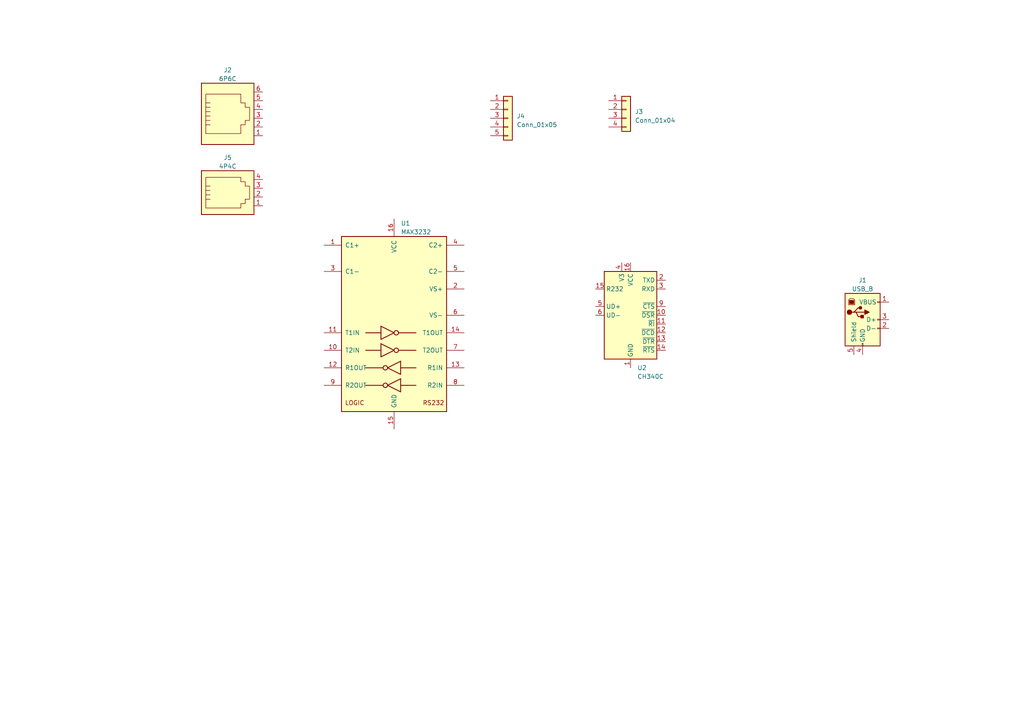
<source format=kicad_sch>
(kicad_sch (version 20230121) (generator eeschema)
  (paper "A4")
  (lib_symbols
    (symbol "Connector:4P4C" (pin_names (offset 1.016))
      (property "Reference" "J" (at -5.08 8.89 0))
      (property "Value" "4P4C" (at 2.54 8.89 0))
      (symbol "4P4C_0_1"
        (polyline (pts (xy -6.35 -0.635) (xy -5.08 -0.635) (xy -5.08 -0.635)))
        (polyline (pts (xy -6.35 0.635) (xy -5.08 0.635) (xy -5.08 0.635)))
        (polyline (pts (xy -6.35 1.905) (xy -5.08 1.905) (xy -5.08 1.905)))
        (polyline (pts (xy -6.35 3.175) (xy -5.08 3.175) (xy -5.08 3.175)))
        (polyline (pts (xy -6.35 -3.175) (xy -6.35 5.715) (xy -1.27 5.715) (xy 3.81 5.715) (xy 3.81 4.445) (xy 5.08 4.445) (xy 5.08 3.175) (xy 6.35 3.175) (xy 6.35 -0.635) (xy 5.08 -0.635) (xy 5.08 -1.905) (xy 3.81 -1.905) (xy 3.81 -3.175) (xy -6.35 -3.175) (xy -6.35 -3.175)))
        (rectangle (start 7.62 7.62) (end -7.62 -5.08) (stroke (width 0.254)) (fill (type background)))
      )
      (symbol "4P4C_1_1"
        (pin passive line (at 10.16 -2.54 180) (length 2.54) (name "~") (number "1"))
        (pin passive line (at 10.16 0 180) (length 2.54) (name "~") (number "2"))
        (pin passive line (at 10.16 2.54 180) (length 2.54) (name "~") (number "3"))
        (pin passive line (at 10.16 5.08 180) (length 2.54) (name "~") (number "4"))
      )
    )
    (symbol "Connector:6P6C" (pin_names (offset 1.016))
      (property "Reference" "J" (at -5.08 11.43 0))
      (property "Value" "6P6C" (at 2.54 11.43 0))
      (symbol "6P6C_0_1"
        (polyline (pts (xy -6.35 -1.905) (xy -5.08 -1.905) (xy -5.08 -1.905)))
        (polyline (pts (xy -6.35 -0.635) (xy -5.08 -0.635) (xy -5.08 -0.635)))
        (polyline (pts (xy -6.35 0.635) (xy -5.08 0.635) (xy -5.08 0.635)))
        (polyline (pts (xy -6.35 1.905) (xy -5.08 1.905) (xy -5.08 1.905)))
        (polyline (pts (xy -6.35 3.175) (xy -5.08 3.175) (xy -5.08 3.175)))
        (polyline (pts (xy -5.08 4.445) (xy -6.35 4.445) (xy -6.35 4.445)))
        (polyline (pts (xy -6.35 -4.445) (xy -6.35 6.985) (xy 3.81 6.985) (xy 3.81 4.445) (xy 5.08 4.445) (xy 5.08 3.175) (xy 6.35 3.175) (xy 6.35 -0.635) (xy 5.08 -0.635) (xy 5.08 -1.905) (xy 3.81 -1.905) (xy 3.81 -4.445) (xy -6.35 -4.445) (xy -6.35 -4.445)))
        (rectangle (start 7.62 10.16) (end -7.62 -7.62) (stroke (width 0.254)) (fill (type background)))
      )
      (symbol "6P6C_1_1"
        (pin passive line (at 10.16 -5.08 180) (length 2.54) (name "~") (number "1"))
        (pin passive line (at 10.16 -2.54 180) (length 2.54) (name "~") (number "2"))
        (pin passive line (at 10.16 0 180) (length 2.54) (name "~") (number "3"))
        (pin passive line (at 10.16 2.54 180) (length 2.54) (name "~") (number "4"))
        (pin passive line (at 10.16 5.08 180) (length 2.54) (name "~") (number "5"))
        (pin passive line (at 10.16 7.62 180) (length 2.54) (name "~") (number "6"))
      )
    )
    (symbol "Connector:USB_B" (pin_names (offset 1.016))
      (property "Reference" "J" (at -5.08 11.43 0))
      (property "Value" "USB_B" (at -5.08 8.89 0))
      (symbol "USB_B_0_1"
        (rectangle (start -5.08 -7.62) (end 5.08 7.62) (stroke (width 0.254)) (fill (type background)))
        (circle (center -3.81 2.159) (radius 0.635) (stroke (width 0.254)) (fill (type outline)))
        (rectangle (start -3.81 5.588) (end -2.54 4.572) (fill (type outline)))
        (circle (center -0.635 3.429) (radius 0.381) (stroke (width 0.254)) (fill (type outline)))
        (rectangle (start -0.127 -7.62) (end 0.127 -6.858))
        (polyline (pts (xy -1.905 2.159) (xy 0.635 2.159)) (stroke (width 0.254)))
        (polyline (pts (xy -3.175 2.159) (xy -2.54 2.159) (xy -1.27 3.429) (xy -0.635 3.429)) (stroke (width 0.254)))
        (polyline (pts (xy -2.54 2.159) (xy -1.905 2.159) (xy -1.27 0.889) (xy 0 0.889)) (stroke (width 0.254)))
        (polyline (pts (xy 0.635 2.794) (xy 0.635 1.524) (xy 1.905 2.159) (xy 0.635 2.794)) (stroke (width 0.254)) (fill (type outline)))
        (polyline (pts (xy -4.064 4.318) (xy -2.286 4.318) (xy -2.286 5.715) (xy -2.667 6.096) (xy -3.683 6.096) (xy -4.064 5.715) (xy -4.064 4.318)))
        (rectangle (start 0.254 1.27) (end -0.508 0.508) (stroke (width 0.254)) (fill (type outline)))
        (rectangle (start 5.08 -2.667) (end 4.318 -2.413))
        (rectangle (start 5.08 -0.127) (end 4.318 0.127))
        (rectangle (start 5.08 4.953) (end 4.318 5.207))
      )
      (symbol "USB_B_1_1"
        (pin power_out line (at 7.62 5.08 180) (length 2.54) (name "VBUS") (number "1"))
        (pin bidirectional line (at 7.62 -2.54 180) (length 2.54) (name "D-") (number "2"))
        (pin bidirectional line (at 7.62 0 180) (length 2.54) (name "D+") (number "3"))
        (pin power_out line (at 0 -10.16 90) (length 2.54) (name "GND") (number "4"))
        (pin passive line (at -2.54 -10.16 90) (length 2.54) (name "Shield") (number "5"))
      )
    )
    (symbol "Connector_Generic:Conn_01x04" (pin_names (offset 1.016) hide)
      (property "Reference" "J" (at 0 5.08 0))
      (property "Value" "Conn_01x04" (at 0 -7.62 0))
      (symbol "Conn_01x04_1_1"
        (rectangle (start -1.27 -4.953) (end 0 -5.207) (stroke (width 0.1524)))
        (rectangle (start -1.27 -2.413) (end 0 -2.667) (stroke (width 0.1524)))
        (rectangle (start -1.27 0.127) (end 0 -0.127) (stroke (width 0.1524)))
        (rectangle (start -1.27 2.667) (end 0 2.413) (stroke (width 0.1524)))
        (rectangle (start -1.27 3.81) (end 1.27 -6.35) (stroke (width 0.254)) (fill (type background)))
        (pin passive line (at -5.08 2.54 0) (length 3.81) (name "Pin_1") (number "1"))
        (pin passive line (at -5.08 0 0) (length 3.81) (name "Pin_2") (number "2"))
        (pin passive line (at -5.08 -2.54 0) (length 3.81) (name "Pin_3") (number "3"))
        (pin passive line (at -5.08 -5.08 0) (length 3.81) (name "Pin_4") (number "4"))
      )
    )
    (symbol "Connector_Generic:Conn_01x05" (pin_names (offset 1.016) hide)
      (property "Reference" "J" (at 0 7.62 0))
      (property "Value" "Conn_01x05" (at 0 -7.62 0))
      (symbol "Conn_01x05_1_1"
        (rectangle (start -1.27 -4.953) (end 0 -5.207) (stroke (width 0.1524)))
        (rectangle (start -1.27 -2.413) (end 0 -2.667) (stroke (width 0.1524)))
        (rectangle (start -1.27 0.127) (end 0 -0.127) (stroke (width 0.1524)))
        (rectangle (start -1.27 2.667) (end 0 2.413) (stroke (width 0.1524)))
        (rectangle (start -1.27 5.207) (end 0 4.953) (stroke (width 0.1524)))
        (rectangle (start -1.27 6.35) (end 1.27 -6.35) (stroke (width 0.254)) (fill (type background)))
        (pin passive line (at -5.08 5.08 0) (length 3.81) (name "Pin_1") (number "1"))
        (pin passive line (at -5.08 2.54 0) (length 3.81) (name "Pin_2") (number "2"))
        (pin passive line (at -5.08 0 0) (length 3.81) (name "Pin_3") (number "3"))
        (pin passive line (at -5.08 -2.54 0) (length 3.81) (name "Pin_4") (number "4"))
        (pin passive line (at -5.08 -5.08 0) (length 3.81) (name "Pin_5") (number "5"))
      )
    )
    (symbol "Interface_UART:MAX3232" (pin_names (offset 1.016))
      (property "Reference" "U" (at -2.54 28.575 0))
      (property "Value" "MAX3232" (at -2.54 26.67 0))
      (symbol "MAX3232_0_0"
        (text "LOGIC" (at -11.43 -22.86 0) (effects (font (size 1.27 1.27))))
        (text "RS232" (at 11.43 -22.86 0) (effects (font (size 1.27 1.27))))
      )
      (symbol "MAX3232_0_1"
        (rectangle (start -15.24 -25.4) (end 15.24 25.4) (stroke (width 0.254)) (fill (type background)))
        (circle (center -2.54 -17.78) (radius 0.635) (stroke (width 0.254)))
        (circle (center -2.54 -12.7) (radius 0.635) (stroke (width 0.254)))
        (polyline (pts (xy -3.81 -7.62) (xy -8.255 -7.62)) (stroke (width 0.254)))
        (polyline (pts (xy -3.81 -2.54) (xy -8.255 -2.54)) (stroke (width 0.254)))
        (polyline (pts (xy -3.175 -17.78) (xy -8.255 -17.78)) (stroke (width 0.254)))
        (polyline (pts (xy -3.175 -12.7) (xy -8.255 -12.7)) (stroke (width 0.254)))
        (polyline (pts (xy 1.27 -7.62) (xy 6.35 -7.62)) (stroke (width 0.254)))
        (polyline (pts (xy 1.27 -2.54) (xy 6.35 -2.54)) (stroke (width 0.254)))
        (polyline (pts (xy 1.905 -17.78) (xy 6.35 -17.78)) (stroke (width 0.254)))
        (polyline (pts (xy 1.905 -12.7) (xy 6.35 -12.7)) (stroke (width 0.254)))
        (polyline (pts (xy -3.81 -5.715) (xy -3.81 -9.525) (xy 0 -7.62) (xy -3.81 -5.715)) (stroke (width 0.254)))
        (polyline (pts (xy -3.81 -0.635) (xy -3.81 -4.445) (xy 0 -2.54) (xy -3.81 -0.635)) (stroke (width 0.254)))
        (polyline (pts (xy 1.905 -15.875) (xy 1.905 -19.685) (xy -1.905 -17.78) (xy 1.905 -15.875)) (stroke (width 0.254)))
        (polyline (pts (xy 1.905 -10.795) (xy 1.905 -14.605) (xy -1.905 -12.7) (xy 1.905 -10.795)) (stroke (width 0.254)))
        (circle (center 0.635 -7.62) (radius 0.635) (stroke (width 0.254)))
        (circle (center 0.635 -2.54) (radius 0.635) (stroke (width 0.254)))
      )
      (symbol "MAX3232_1_1"
        (pin passive line (at -20.32 22.86 0) (length 5.08) (name "C1+") (number "1"))
        (pin input line (at -20.32 -7.62 0) (length 5.08) (name "T2IN") (number "10"))
        (pin input line (at -20.32 -2.54 0) (length 5.08) (name "T1IN") (number "11"))
        (pin output line (at -20.32 -12.7 0) (length 5.08) (name "R1OUT") (number "12"))
        (pin input line (at 20.32 -12.7 180) (length 5.08) (name "R1IN") (number "13"))
        (pin output line (at 20.32 -2.54 180) (length 5.08) (name "T1OUT") (number "14"))
        (pin power_in line (at 0 -30.48 90) (length 5.08) (name "GND") (number "15"))
        (pin power_in line (at 0 30.48 270) (length 5.08) (name "VCC") (number "16"))
        (pin power_out line (at 20.32 10.16 180) (length 5.08) (name "VS+") (number "2"))
        (pin passive line (at -20.32 15.24 0) (length 5.08) (name "C1-") (number "3"))
        (pin passive line (at 20.32 22.86 180) (length 5.08) (name "C2+") (number "4"))
        (pin passive line (at 20.32 15.24 180) (length 5.08) (name "C2-") (number "5"))
        (pin power_out line (at 20.32 2.54 180) (length 5.08) (name "VS-") (number "6"))
        (pin output line (at 20.32 -7.62 180) (length 5.08) (name "T2OUT") (number "7"))
        (pin input line (at 20.32 -17.78 180) (length 5.08) (name "R2IN") (number "8"))
        (pin output line (at -20.32 -17.78 0) (length 5.08) (name "R2OUT") (number "9"))
      )
    )
    (symbol "Interface_USB:CH340C"
      (property "Reference" "U" (at -5.08 13.97 0))
      (property "Value" "CH340C" (at 1.27 13.97 0))
      (symbol "CH340C_0_1"
        (rectangle (start -7.62 12.7) (end 7.62 -12.7) (stroke (width 0.254)) (fill (type background)))
      )
      (symbol "CH340C_1_1"
        (pin power_in line (at 0 -15.24 90) (length 2.54) (name "GND") (number "1"))
        (pin input line (at 10.16 0 180) (length 2.54) (name "~{DSR}") (number "10"))
        (pin input line (at 10.16 -2.54 180) (length 2.54) (name "~{RI}") (number "11"))
        (pin input line (at 10.16 -5.08 180) (length 2.54) (name "~{DCD}") (number "12"))
        (pin output line (at 10.16 -7.62 180) (length 2.54) (name "~{DTR}") (number "13"))
        (pin output line (at 10.16 -10.16 180) (length 2.54) (name "~{RTS}") (number "14"))
        (pin input line (at -10.16 7.62 0) (length 2.54) (name "R232") (number "15"))
        (pin power_in line (at 0 15.24 270) (length 2.54) (name "VCC") (number "16"))
        (pin output line (at 10.16 10.16 180) (length 2.54) (name "TXD") (number "2"))
        (pin input line (at 10.16 7.62 180) (length 2.54) (name "RXD") (number "3"))
        (pin passive line (at -2.54 15.24 270) (length 2.54) (name "V3") (number "4"))
        (pin bidirectional line (at -10.16 2.54 0) (length 2.54) (name "UD+") (number "5"))
        (pin bidirectional line (at -10.16 0 0) (length 2.54) (name "UD-") (number "6"))
        (pin no_connect line (at -7.62 -7.62 0) (length 2.54) hide (name "NC") (number "7"))
        (pin no_connect line (at -7.62 -10.16 0) (length 2.54) hide (name "NC") (number "8"))
        (pin input line (at 10.16 2.54 180) (length 2.54) (name "~{CTS}") (number "9"))
      )
    )
  )
  (symbol (lib_id "Connector:6P6C") (at 66.04 34.29 0) (unit 1)
    (property "Reference" "J2" (at 66.04 20.32 0))
    (property "Value" "6P6C" (at 66.04 22.86 0))
  )
  (symbol (lib_id "Interface_USB:CH340C") (at 182.88 91.44 0) (unit 1)
    (property "Reference" "U2" (at 184.8359 106.68 0) (effects (justify left)))
    (property "Value" "CH340C" (at 184.8359 109.22 0) (effects (justify left)))
    (property "Footprint" "Package_SO:SOIC-16_3.9x9.9mm_P1.27mm" (effects hide))
    (property "Datasheet" "https://datasheet.lcsc.com/szlcsc/Jiangsu-Qin-Heng-CH340C_C84681.pdf" (effects hide))
  )
  (symbol (lib_id "Interface_UART:MAX3232") (at 114.3 93.98 0) (unit 1)
    (property "Reference" "U1" (at 116.2559 64.77 0) (effects (justify left)))
    (property "Value" "MAX3232" (at 116.2559 67.31 0) (effects (justify left)))
    (property "Datasheet" "https://datasheets.maximintegrated.com/en/ds/MAX3222-MAX3241.pdf" (effects hide))
  )
  (symbol (lib_id "Connector:4P4C") (at 66.04 57.15 0) (unit 1)
    (property "Reference" "J5" (at 66.04 45.72 0))
    (property "Value" "4P4C" (at 66.04 48.26 0))
  )
  (symbol (lib_id "Connector_Generic:Conn_01x05") (at 147.32 34.29 0) (unit 1)
    (property "Reference" "J4" (at 149.86 33.655 0) (effects (justify left)))
    (property "Value" "Conn_01x05" (at 149.86 36.195 0) (effects (justify left)))
  )
  (symbol (lib_id "Connector:USB_B") (at 250.19 92.71 0) (unit 1)
    (property "Reference" "J1" (at 250.19 81.28 0))
    (property "Value" "USB_B" (at 250.19 83.82 0))
    (property "Datasheet" " ~" (effects hide))
  )
  (symbol (lib_id "Connector_Generic:Conn_01x04") (at 181.61 31.75 0) (unit 1)
    (property "Reference" "J3" (at 184.15 32.385 0) (effects (justify left)))
    (property "Value" "Conn_01x04" (at 184.15 34.925 0) (effects (justify left)))
  )
)
</source>
